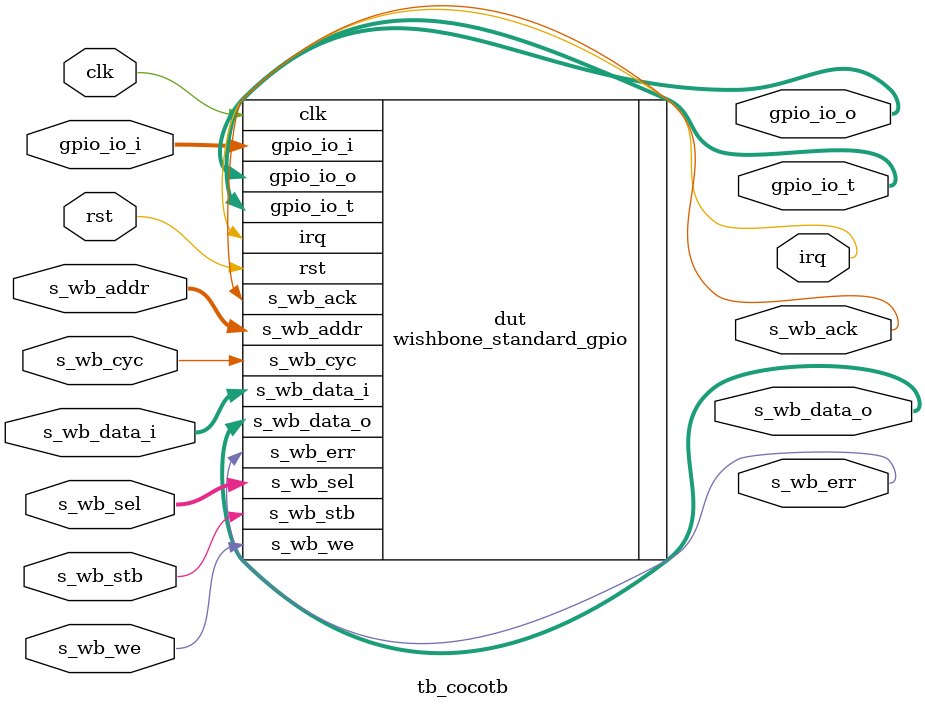
<source format=v>

`timescale 1ns/100ps

/*
 * Module: tb_cocotb
 *
 * Wishbone Stanard based GPIO communications device.
 *
 * Parameters:
 *
 *   ADDRESS_WIDTH   - Width of the uP address port, max 32 bit.
 *   BUS_WIDTH       - Width of the uP bus data port.
 *   GPIO_WIDTH      - Width of the GPIO for inputs and outputs
 *   IRQ_ENABLE      - Enable interrupt
 *
 * Ports:
 *
 *   clk            - Clock for all devices in the core
 *   rst            - Positive reset
 *   s_wb_cyc       - Bus Cycle in process
 *   s_wb_stb       - Valid data transfer cycle
 *   s_wb_we        - Active High write, low read
 *   s_wb_addr      - Bus address
 *   s_wb_data_i    - Input data
 *   s_wb_sel       - Device Select
 *   s_wb_ack       - Bus transaction terminated
 *   s_wb_data_o    - Output data
 *   s_wb_err       - Active high when a bus error is present
 *   irq            - Interrupt when data is received
 *   gpio_io_i      - Input for GPIO
 *   gpio_io_o      - Output for GPIO
 *   gpio_io_t      - Tristate for GPIO
 */
module tb_cocotb #(
    parameter ADDRESS_WIDTH = 32,
    parameter BUS_WIDTH     = 4,
    parameter GPIO_WIDTH    = 32,
    parameter IRQ_ENABLE    = 0
  )
  (
    input                       clk,
    input                       rst,
    input                       s_wb_cyc,
    input                       s_wb_stb,
    input                       s_wb_we,
    input   [ADDRESS_WIDTH-1:0] s_wb_addr,
    input   [BUS_WIDTH*8-1:0]   s_wb_data_i,
    input   [BUS_WIDTH-1:0]     s_wb_sel,
    output                      s_wb_ack,
    output  [BUS_WIDTH*8-1:0]   s_wb_data_o,
    output                      s_wb_err,
    output                      irq,
    input   [GPIO_WIDTH-1:0]    gpio_io_i,
    output  [GPIO_WIDTH-1:0]    gpio_io_o,
    output  [GPIO_WIDTH-1:0]    gpio_io_t
  );

  // fst dump command
  initial begin
    $dumpfile ("tb_cocotb.fst");
    $dumpvars (0, tb_cocotb);
    #1;
  end
  
  //Group: Instantiated Modules

  /*
   * Module: dut
   *
   * Device under test, wishbone_standard_gpio
   */
  wishbone_standard_gpio #(
    .ADDRESS_WIDTH(ADDRESS_WIDTH),
    .BUS_WIDTH(BUS_WIDTH),
    .GPIO_WIDTH(GPIO_WIDTH),
    .IRQ_ENABLE(IRQ_ENABLE)
  ) dut (
    .clk(clk),
    .rst(rst),
    .s_wb_cyc(s_wb_cyc),
    .s_wb_stb(s_wb_stb),
    .s_wb_we(s_wb_we),
    .s_wb_addr(s_wb_addr),
    .s_wb_data_i(s_wb_data_i),
    .s_wb_sel(s_wb_sel),
    .s_wb_ack(s_wb_ack),
    .s_wb_data_o(s_wb_data_o),
    .s_wb_err(s_wb_err),
    .irq(irq),
    .gpio_io_i(gpio_io_i),
    .gpio_io_o(gpio_io_o),
    .gpio_io_t(gpio_io_t)
  );
  
endmodule


</source>
